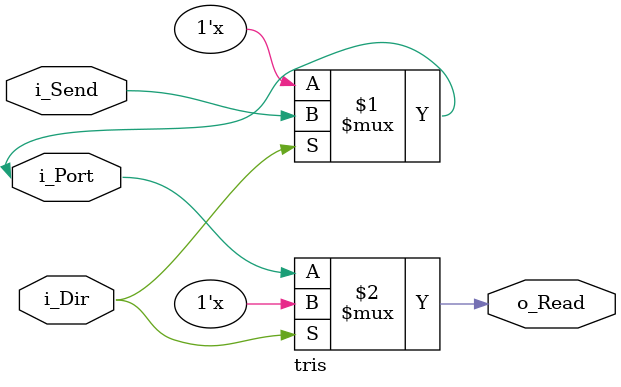
<source format=v>
`timescale 1ns / 1ps
module tris(
    inout i_Port,
    input i_Dir,
    input i_Send,
    output o_Read
    );

assign i_Port = i_Dir ? i_Send : 1'bZ; // Se DIR 1 -- copia DHT_OUT para saida, caso nao, deixa o pino indefinido para atuar como entrada
assign o_Read = i_Dir ?  1'bz : i_Port;

endmodule

</source>
